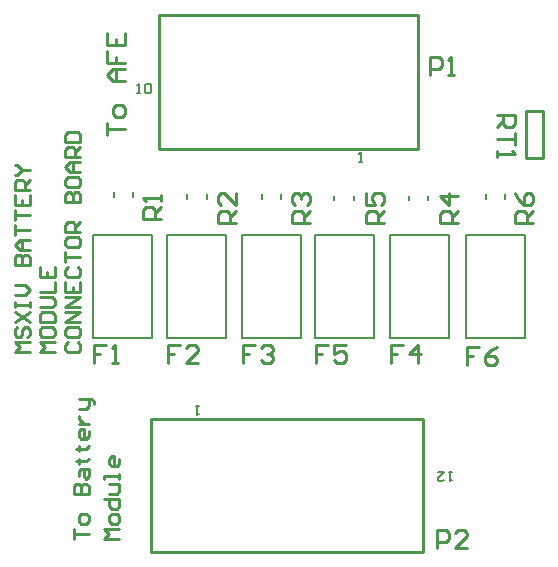
<source format=gto>
G04*
G04 #@! TF.GenerationSoftware,Altium Limited,Altium Designer,20.0.9 (164)*
G04*
G04 Layer_Color=65535*
%FSLAX25Y25*%
%MOIN*%
G70*
G01*
G75*
%ADD10C,0.01000*%
%ADD11C,0.00787*%
%ADD12C,0.00591*%
D10*
X48819Y1694D02*
Y46182D01*
X139764D01*
Y1694D02*
Y46182D01*
X48819Y1694D02*
X139764D01*
X51811Y180630D02*
X138031D01*
X51811Y136142D02*
Y180630D01*
Y136142D02*
X138031D01*
Y180630D01*
X173819Y132874D02*
X179724D01*
Y148622D01*
X173819D02*
X179724D01*
X173819Y132874D02*
Y148622D01*
X23307Y6118D02*
Y9450D01*
Y7784D01*
X28306D01*
Y11950D02*
Y13616D01*
X27473Y14449D01*
X25807D01*
X24974Y13616D01*
Y11950D01*
X25807Y11117D01*
X27473D01*
X28306Y11950D01*
X23307Y21113D02*
X28306D01*
Y23612D01*
X27473Y24445D01*
X26640D01*
X25807Y23612D01*
Y21113D01*
Y23612D01*
X24974Y24445D01*
X24141D01*
X23307Y23612D01*
Y21113D01*
X24974Y26945D02*
Y28611D01*
X25807Y29444D01*
X28306D01*
Y26945D01*
X27473Y26112D01*
X26640Y26945D01*
Y29444D01*
X24141Y31943D02*
X24974D01*
Y31110D01*
Y32776D01*
Y31943D01*
X27473D01*
X28306Y32776D01*
X24141Y36108D02*
X24974D01*
Y35275D01*
Y36941D01*
Y36108D01*
X27473D01*
X28306Y36941D01*
Y41940D02*
Y40274D01*
X27473Y39441D01*
X25807D01*
X24974Y40274D01*
Y41940D01*
X25807Y42773D01*
X26640D01*
Y39441D01*
X24974Y44439D02*
X28306D01*
X26640D01*
X25807Y45272D01*
X24974Y46105D01*
Y46938D01*
Y49437D02*
X27473D01*
X28306Y50270D01*
Y52770D01*
X29139D01*
X29972Y51937D01*
Y51104D01*
X28306Y52770D02*
X24974D01*
X38370Y6118D02*
X33372D01*
X35038Y7784D01*
X33372Y9450D01*
X38370D01*
Y11950D02*
Y13616D01*
X37537Y14449D01*
X35871D01*
X35038Y13616D01*
Y11950D01*
X35871Y11117D01*
X37537D01*
X38370Y11950D01*
X33372Y19447D02*
X38370D01*
Y16948D01*
X37537Y16115D01*
X35871D01*
X35038Y16948D01*
Y19447D01*
Y21113D02*
X37537D01*
X38370Y21946D01*
Y24445D01*
X35038D01*
X38370Y26112D02*
Y27778D01*
Y26945D01*
X33372D01*
Y26112D01*
X38370Y32776D02*
Y31110D01*
X37537Y30277D01*
X35871D01*
X35038Y31110D01*
Y32776D01*
X35871Y33609D01*
X36704D01*
Y30277D01*
X8582Y68323D02*
X3583D01*
X5250Y69989D01*
X3583Y71655D01*
X8582D01*
X4417Y76653D02*
X3583Y75820D01*
Y74154D01*
X4417Y73321D01*
X5250D01*
X6083Y74154D01*
Y75820D01*
X6916Y76653D01*
X7749D01*
X8582Y75820D01*
Y74154D01*
X7749Y73321D01*
X3583Y78320D02*
X8582Y81652D01*
X3583D02*
X8582Y78320D01*
X3583Y83318D02*
Y84984D01*
Y84151D01*
X8582D01*
Y83318D01*
Y84984D01*
X3583Y87483D02*
X6916D01*
X8582Y89149D01*
X6916Y90816D01*
X3583D01*
Y97480D02*
X8582D01*
Y99979D01*
X7749Y100812D01*
X6916D01*
X6083Y99979D01*
Y97480D01*
Y99979D01*
X5250Y100812D01*
X4417D01*
X3583Y99979D01*
Y97480D01*
X8582Y102478D02*
X5250D01*
X3583Y104145D01*
X5250Y105811D01*
X8582D01*
X6083D01*
Y102478D01*
X3583Y107477D02*
Y110809D01*
Y109143D01*
X8582D01*
X3583Y112475D02*
Y115807D01*
Y114141D01*
X8582D01*
X3583Y120806D02*
Y117474D01*
X8582D01*
Y120806D01*
X6083Y117474D02*
Y119140D01*
X8582Y122472D02*
X3583D01*
Y124971D01*
X4417Y125804D01*
X6083D01*
X6916Y124971D01*
Y122472D01*
Y124138D02*
X8582Y125804D01*
X3583Y127470D02*
X4417D01*
X6083Y129137D01*
X4417Y130803D01*
X3583D01*
X6083Y129137D02*
X8582D01*
X16980Y68323D02*
X11981D01*
X13648Y69989D01*
X11981Y71655D01*
X16980D01*
X11981Y75820D02*
Y74154D01*
X12815Y73321D01*
X16147D01*
X16980Y74154D01*
Y75820D01*
X16147Y76653D01*
X12815D01*
X11981Y75820D01*
Y78320D02*
X16980D01*
Y80819D01*
X16147Y81652D01*
X12815D01*
X11981Y80819D01*
Y78320D01*
Y83318D02*
X16147D01*
X16980Y84151D01*
Y85817D01*
X16147Y86650D01*
X11981D01*
Y88316D02*
X16980D01*
Y91649D01*
X11981Y96647D02*
Y93315D01*
X16980D01*
Y96647D01*
X14481Y93315D02*
Y94981D01*
X21213Y71655D02*
X20380Y70822D01*
Y69156D01*
X21213Y68323D01*
X24545D01*
X25378Y69156D01*
Y70822D01*
X24545Y71655D01*
X20380Y75820D02*
Y74154D01*
X21213Y73321D01*
X24545D01*
X25378Y74154D01*
Y75820D01*
X24545Y76653D01*
X21213D01*
X20380Y75820D01*
X25378Y78320D02*
X20380D01*
X25378Y81652D01*
X20380D01*
X25378Y83318D02*
X20380D01*
X25378Y86650D01*
X20380D01*
Y91649D02*
Y88316D01*
X25378D01*
Y91649D01*
X22879Y88316D02*
Y89982D01*
X21213Y96647D02*
X20380Y95814D01*
Y94148D01*
X21213Y93315D01*
X24545D01*
X25378Y94148D01*
Y95814D01*
X24545Y96647D01*
X20380Y98313D02*
Y101645D01*
Y99979D01*
X25378D01*
X20380Y105811D02*
Y104145D01*
X21213Y103312D01*
X24545D01*
X25378Y104145D01*
Y105811D01*
X24545Y106644D01*
X21213D01*
X20380Y105811D01*
X25378Y108310D02*
X20380D01*
Y110809D01*
X21213Y111642D01*
X22879D01*
X23712Y110809D01*
Y108310D01*
Y109976D02*
X25378Y111642D01*
X20380Y118307D02*
X25378D01*
Y120806D01*
X24545Y121639D01*
X23712D01*
X22879Y120806D01*
Y118307D01*
Y120806D01*
X22046Y121639D01*
X21213D01*
X20380Y120806D01*
Y118307D01*
Y125804D02*
Y124138D01*
X21213Y123305D01*
X24545D01*
X25378Y124138D01*
Y125804D01*
X24545Y126637D01*
X21213D01*
X20380Y125804D01*
X25378Y128303D02*
X22046D01*
X20380Y129970D01*
X22046Y131636D01*
X25378D01*
X22879D01*
Y128303D01*
X25378Y133302D02*
X20380D01*
Y135801D01*
X21213Y136634D01*
X22879D01*
X23712Y135801D01*
Y133302D01*
Y134968D02*
X25378Y136634D01*
X20380Y138300D02*
X25378D01*
Y140799D01*
X24545Y141632D01*
X21213D01*
X20380Y140799D01*
Y138300D01*
X33858Y70716D02*
X29860D01*
Y67716D01*
X31859D01*
X29860D01*
Y64718D01*
X35858D02*
X37857D01*
X36857D01*
Y70716D01*
X35858Y69716D01*
X52212Y112537D02*
X46214D01*
Y115536D01*
X47213Y116535D01*
X49213D01*
X50212Y115536D01*
Y112537D01*
Y114536D02*
X52212Y116535D01*
Y118535D02*
Y120534D01*
Y119535D01*
X46214D01*
X47213Y118535D01*
X144214Y2906D02*
Y8905D01*
X147213D01*
X148213Y7905D01*
Y5906D01*
X147213Y4906D01*
X144214D01*
X154211Y2906D02*
X150212D01*
X154211Y6905D01*
Y7905D01*
X153211Y8905D01*
X151212D01*
X150212Y7905D01*
X176378Y111417D02*
X170380D01*
Y114416D01*
X171380Y115416D01*
X173379D01*
X174379Y114416D01*
Y111417D01*
Y113417D02*
X176378Y115416D01*
X170380Y121414D02*
X171380Y119415D01*
X173379Y117415D01*
X175378D01*
X176378Y118415D01*
Y120414D01*
X175378Y121414D01*
X174379D01*
X173379Y120414D01*
Y117415D01*
X126772Y111417D02*
X120774D01*
Y114416D01*
X121773Y115416D01*
X123773D01*
X124772Y114416D01*
Y111417D01*
Y113417D02*
X126772Y115416D01*
X120774Y121414D02*
Y117415D01*
X123773D01*
X122773Y119415D01*
Y120414D01*
X123773Y121414D01*
X125772D01*
X126772Y120414D01*
Y118415D01*
X125772Y117415D01*
X151181Y111417D02*
X145183D01*
Y114416D01*
X146183Y115416D01*
X148182D01*
X149182Y114416D01*
Y111417D01*
Y113417D02*
X151181Y115416D01*
Y120414D02*
X145183D01*
X148182Y117415D01*
Y121414D01*
X101969Y111417D02*
X95970D01*
Y114416D01*
X96970Y115416D01*
X98970D01*
X99969Y114416D01*
Y111417D01*
Y113417D02*
X101969Y115416D01*
X96970Y117415D02*
X95970Y118415D01*
Y120414D01*
X96970Y121414D01*
X97970D01*
X98970Y120414D01*
Y119415D01*
Y120414D01*
X99969Y121414D01*
X100969D01*
X101969Y120414D01*
Y118415D01*
X100969Y117415D01*
X77165Y111417D02*
X71167D01*
Y114416D01*
X72167Y115416D01*
X74166D01*
X75166Y114416D01*
Y111417D01*
Y113417D02*
X77165Y115416D01*
Y121414D02*
Y117415D01*
X73167Y121414D01*
X72167D01*
X71167Y120414D01*
Y118415D01*
X72167Y117415D01*
X34159Y140551D02*
Y144550D01*
Y142551D01*
X40157D01*
Y147549D02*
Y149548D01*
X39158Y150548D01*
X37158D01*
X36159Y149548D01*
Y147549D01*
X37158Y146549D01*
X39158D01*
X40157Y147549D01*
Y158545D02*
X36159D01*
X34159Y160545D01*
X36159Y162544D01*
X40157D01*
X37158D01*
Y158545D01*
X34159Y168542D02*
Y164543D01*
X37158D01*
Y166543D01*
Y164543D01*
X40157D01*
X34159Y174540D02*
Y170542D01*
X40157D01*
Y174540D01*
X37158Y170542D02*
Y172541D01*
X164173Y147244D02*
X170171D01*
Y144245D01*
X169172Y143245D01*
X167172D01*
X166173Y144245D01*
Y147244D01*
Y145245D02*
X164173Y143245D01*
X170171Y141246D02*
Y137247D01*
Y139247D01*
X164173D01*
Y135248D02*
Y133249D01*
Y134248D01*
X170171D01*
X169172Y135248D01*
X141969Y160551D02*
Y166549D01*
X144967D01*
X145967Y165550D01*
Y163550D01*
X144967Y162550D01*
X141969D01*
X147967Y160551D02*
X149966D01*
X148966D01*
Y166549D01*
X147967Y165550D01*
X158329Y70171D02*
X154331D01*
Y67172D01*
X156330D01*
X154331D01*
Y64173D01*
X164328Y70171D02*
X162328Y69172D01*
X160329Y67172D01*
Y65173D01*
X161328Y64173D01*
X163328D01*
X164328Y65173D01*
Y66173D01*
X163328Y67172D01*
X160329D01*
X107936Y70565D02*
X103937D01*
Y67566D01*
X105936D01*
X103937D01*
Y64567D01*
X113934Y70565D02*
X109935D01*
Y67566D01*
X111934Y68566D01*
X112934D01*
X113934Y67566D01*
Y65567D01*
X112934Y64567D01*
X110935D01*
X109935Y65567D01*
X133133Y70565D02*
X129134D01*
Y67566D01*
X131133D01*
X129134D01*
Y64567D01*
X138131D02*
Y70565D01*
X135132Y67566D01*
X139131D01*
X83526Y70565D02*
X79528D01*
Y67566D01*
X81527D01*
X79528D01*
Y64567D01*
X85526Y69565D02*
X86525Y70565D01*
X88525D01*
X89524Y69565D01*
Y68566D01*
X88525Y67566D01*
X87525D01*
X88525D01*
X89524Y66566D01*
Y65567D01*
X88525Y64567D01*
X86525D01*
X85526Y65567D01*
X58723Y70565D02*
X54724D01*
Y67566D01*
X56724D01*
X54724D01*
Y64567D01*
X64721D02*
X60723D01*
X64721Y68566D01*
Y69565D01*
X63722Y70565D01*
X61722D01*
X60723Y69565D01*
D11*
X29528Y107303D02*
X39370D01*
X29528Y73012D02*
Y107303D01*
Y73012D02*
X49213D01*
Y107303D01*
X39370D02*
X49213D01*
X43012Y120079D02*
Y121653D01*
X36516Y120079D02*
Y121653D01*
X160535Y119291D02*
Y120866D01*
X167032Y119291D02*
Y120866D01*
X116634Y118898D02*
Y120473D01*
X110138Y118898D02*
Y120473D01*
X134941Y118898D02*
Y120472D01*
X141437Y118898D02*
Y120472D01*
X92386Y119291D02*
Y120866D01*
X85890Y119291D02*
Y120866D01*
X61008Y119291D02*
Y120866D01*
X67504Y119291D02*
Y120866D01*
X64252Y73012D02*
X74094D01*
Y107303D01*
X54409D02*
X74094D01*
X54409Y73012D02*
Y107303D01*
Y73012D02*
X64252D01*
X79291Y107303D02*
X89134D01*
X79291Y73012D02*
Y107303D01*
Y73012D02*
X98976D01*
Y107303D01*
X89134D02*
X98976D01*
X138583Y73012D02*
X148425D01*
Y107303D01*
X128740D02*
X148425D01*
X128740Y73012D02*
Y107303D01*
Y73012D02*
X138583D01*
X103543Y107303D02*
X113386D01*
X103543Y73012D02*
Y107303D01*
Y73012D02*
X123228D01*
Y107303D01*
X113386D02*
X123228D01*
X163779Y73012D02*
X173622D01*
Y107303D01*
X153937D02*
X173622D01*
X153937Y73012D02*
Y107303D01*
Y73012D02*
X163779D01*
D12*
X64961Y50394D02*
X63911D01*
X64436D01*
Y47245D01*
X64961Y47770D01*
X149213Y28346D02*
X148163D01*
X148688D01*
Y25198D01*
X149213Y25723D01*
X144490Y28346D02*
X146589D01*
X144490Y26247D01*
Y25723D01*
X145015Y25198D01*
X146064D01*
X146589Y25723D01*
X44331Y154646D02*
X45380D01*
X44855D01*
Y157794D01*
X44331Y157270D01*
X46955D02*
X47479Y157794D01*
X48529D01*
X49054Y157270D01*
Y155170D01*
X48529Y154646D01*
X47479D01*
X46955Y155170D01*
Y157270D01*
X118347Y131811D02*
X119396D01*
X118871D01*
Y134960D01*
X118347Y134435D01*
M02*

</source>
